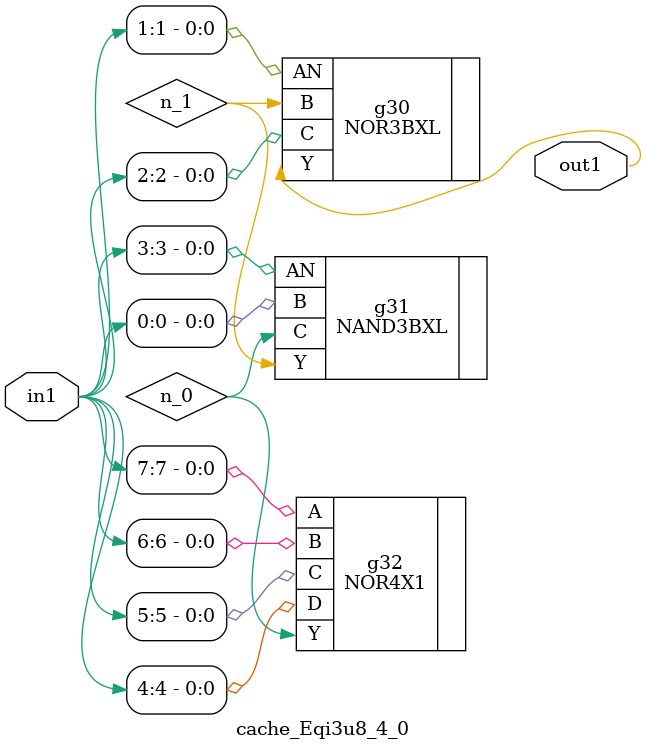
<source format=v>
`timescale 1ps / 1ps


module cache_Eqi3u8_4_0(in1, out1);
  input [7:0] in1;
  output out1;
  wire [7:0] in1;
  wire out1;
  wire n_0, n_1;
  NOR3BXL g30(.AN (in1[1]), .B (n_1), .C (in1[2]), .Y (out1));
  NAND3BXL g31(.AN (in1[3]), .B (in1[0]), .C (n_0), .Y (n_1));
  NOR4X1 g32(.A (in1[7]), .B (in1[6]), .C (in1[5]), .D (in1[4]), .Y
       (n_0));
endmodule



</source>
